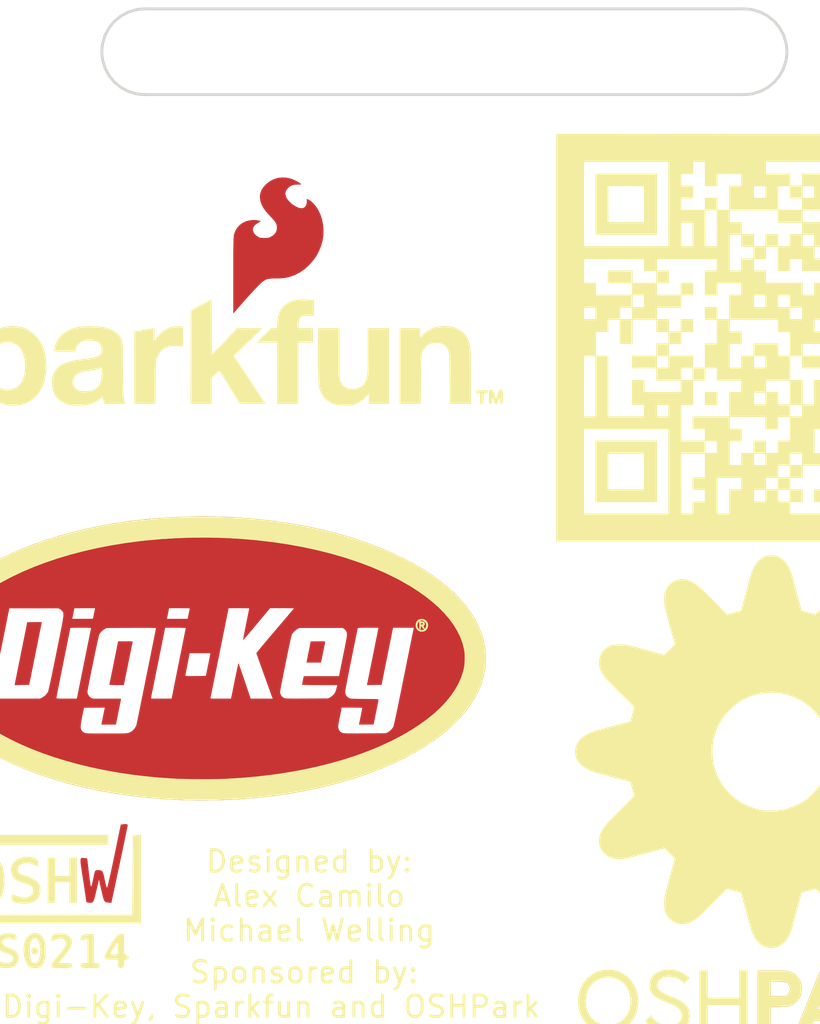
<source format=kicad_pcb>
(kicad_pcb (version 20171130) (host pcbnew 5.1.5-52549c5~84~ubuntu18.04.1)
  (layers (0 F.Cu signal hide) (31 B.Cu signal) (34 B.Paste user) (35 F.Paste user) (36 B.SilkS user) (37 F.SilkS user) (38 B.Mask user) (39 F.Mask user) (44 Edge.Cuts user))
  (net 0 "")
  (module Badge-PCB:combined (layer F.Cu) (at 104.9 105)
    (fp_text reference Ref** hide)
    (fp_text value Val** hide)
    (fp_poly (pts (xy -3.395809 -0.352883) (xy -3.341969 -0.351614) (xy -3.305255 -0.349564) (xy -3.289497 -0.346832) (xy -3.289177 -0.346344) (xy -3.291591 -0.331841) (xy -3.298474 -0.295673) (xy -3.309189 -0.241054) (xy -3.323098 -0.171199) (xy -3.339565 -0.089325) (xy -3.357952 0.001353) (xy -3.362202 0.022214) (xy -3.43535 0.380979) (xy -3.685858 0.380989) (xy -3.936365 0.381) (xy -3.927962 0.339725) (xy -3.923223 0.316253) (xy -3.914268 0.271724) (xy -3.901871 0.209987) (xy -3.886802 0.134888) (xy -3.869836 0.050277) (xy -3.854669 -0.0254) (xy -3.789779 -0.34925) (xy -3.53954 -0.352694) (xy -3.462943 -0.353276) (xy -3.395809 -0.352883)) (layer F.Cu) (width 0.01))
    (fp_poly (pts (xy -13.227255 -0.987696) (xy -13.230912 -0.969125) (xy -13.23921 -0.927563) (xy -13.251763 -0.864918) (xy -13.268189 -0.783098) (xy -13.288103 -0.684011) (xy -13.311123 -0.569563) (xy -13.336863 -0.441664) (xy -13.364942 -0.302219) (xy -13.394974 -0.153138) (xy -13.426577 0.003672) (xy -13.4476 0.10795) (xy -13.660139 1.16205) (xy -13.910946 1.165495) (xy -14.161753 1.168941) (xy -14.153912 1.127395) (xy -14.150247 1.108824) (xy -14.141938 1.067264) (xy -14.12937 1.004621) (xy -14.112926 0.922804) (xy -14.09299 0.82372) (xy -14.069946 0.709276) (xy -14.04418 0.58138) (xy -14.016073 0.441939) (xy -13.986012 0.292862) (xy -13.954379 0.136056) (xy -13.93333 0.03175) (xy -13.720588 -1.02235) (xy -13.219448 -1.029242) (xy -13.227255 -0.987696)) (layer F.Cu) (width 0.01))
    (fp_poly (pts (xy -10.193882 -0.355261) (xy -10.127023 -0.354132) (xy -10.080444 -0.352051) (xy -10.051589 -0.348853) (xy -10.0379 -0.344374) (xy -10.036164 -0.339725) (xy -10.039665 -0.324723) (xy -10.047701 -0.28703) (xy -10.05982 -0.228863) (xy -10.075567 -0.152437) (xy -10.094491 -0.059966) (xy -10.116136 0.046333) (xy -10.140051 0.164245) (xy -10.165781 0.291556) (xy -10.192114 0.422275) (xy -10.342182 1.1684) (xy -10.59535 1.1684) (xy -10.684988 1.168061) (xy -10.75179 1.166934) (xy -10.798315 1.164856) (xy -10.82712 1.161663) (xy -10.840762 1.157188) (xy -10.842457 1.152525) (xy -10.838928 1.137521) (xy -10.830875 1.099825) (xy -10.81875 1.041653) (xy -10.803007 0.96522) (xy -10.784097 0.872743) (xy -10.762475 0.766436) (xy -10.738594 0.648515) (xy -10.712906 0.521196) (xy -10.686633 0.390525) (xy -10.536871 -0.3556) (xy -10.283577 -0.3556) (xy -10.193882 -0.355261)) (layer F.Cu) (width 0.01))
    (fp_poly (pts (xy -4.643107 -16.582258) (xy -4.495039 -16.549541) (xy -4.469721 -16.541484) (xy -4.414209 -16.520212) (xy -4.35099 -16.491589) (xy -4.286397 -16.458967) (xy -4.226767 -16.425699) (xy -4.178432 -16.395135) (xy -4.148718 -16.37163) (xy -4.139337 -16.361098) (xy -4.139301 -16.354394) (xy -4.152373 -16.350673) (xy -4.182316 -16.349091) (xy -4.232894 -16.348804) (xy -4.250318 -16.348839) (xy -4.350668 -16.343635) (xy -4.433213 -16.326239) (xy -4.503354 -16.294794) (xy -4.566488 -16.247446) (xy -4.578706 -16.235946) (xy -4.638417 -16.166348) (xy -4.673295 -16.096464) (xy -4.683818 -16.023896) (xy -4.670464 -15.946242) (xy -4.64787 -15.889058) (xy -4.60543 -15.818507) (xy -4.547291 -15.749128) (xy -4.477554 -15.683649) (xy -4.400324 -15.6248) (xy -4.319702 -15.575309) (xy -4.239791 -15.537906) (xy -4.164695 -15.51532) (xy -4.098516 -15.510279) (xy -4.081708 -15.512464) (xy -4.023383 -15.535506) (xy -3.976731 -15.57822) (xy -3.944054 -15.636673) (xy -3.927655 -15.706928) (xy -3.9284 -15.77439) (xy -3.932152 -15.811748) (xy -3.930432 -15.829478) (xy -3.921196 -15.833121) (xy -3.907909 -15.829883) (xy -3.849996 -15.803207) (xy -3.785201 -15.75766) (xy -3.717644 -15.697259) (xy -3.651448 -15.626026) (xy -3.590734 -15.547979) (xy -3.544072 -15.475035) (xy -3.462201 -15.30652) (xy -3.402362 -15.128153) (xy -3.364614 -14.942822) (xy -3.349016 -14.753414) (xy -3.355626 -14.562819) (xy -3.384503 -14.373924) (xy -3.435705 -14.189618) (xy -3.509292 -14.012789) (xy -3.514161 -14.002997) (xy -3.5522 -13.929134) (xy -3.586302 -13.868417) (xy -3.621603 -13.812749) (xy -3.663235 -13.754036) (xy -3.716277 -13.68425) (xy -3.851674 -13.528264) (xy -3.998983 -13.394594) (xy -4.158741 -13.282844) (xy -4.331484 -13.192621) (xy -4.447366 -13.146604) (xy -4.530928 -13.119164) (xy -4.609822 -13.098242) (xy -4.689852 -13.082977) (xy -4.776824 -13.072506) (xy -4.876544 -13.065969) (xy -4.994817 -13.062505) (xy -5.0165 -13.06217) (xy -5.118049 -13.060037) (xy -5.198893 -13.055993) (xy -5.263719 -13.048823) (xy -5.317215 -13.037315) (xy -5.364065 -13.020254) (xy -5.408957 -12.996426) (xy -5.456576 -12.964619) (xy -5.490931 -12.939301) (xy -5.523929 -12.911222) (xy -5.571452 -12.866167) (xy -5.631403 -12.806365) (xy -5.701682 -12.734046) (xy -5.780193 -12.651439) (xy -5.864838 -12.560774) (xy -5.95352 -12.46428) (xy -6.04414 -12.364186) (xy -6.134602 -12.262723) (xy -6.222807 -12.16212) (xy -6.230664 -12.153068) (xy -6.283189 -12.092548) (xy -6.335691 -12.032145) (xy -6.383399 -11.977339) (xy -6.421545 -11.933612) (xy -6.4351 -11.918118) (xy -6.50115 -11.84275) (xy -6.501775 -13.148211) (xy -6.501884 -13.367904) (xy -6.501932 -13.56375) (xy -6.501839 -13.737303) (xy -6.501523 -13.890114) (xy -6.500903 -14.023737) (xy -6.499897 -14.139724) (xy -6.498425 -14.23963) (xy -6.496404 -14.325006) (xy -6.493753 -14.397406) (xy -6.490392 -14.458383) (xy -6.486238 -14.509489) (xy -6.48121 -14.552277) (xy -6.475227 -14.588302) (xy -6.468207 -14.619114) (xy -6.46007 -14.646268) (xy -6.450733 -14.671317) (xy -6.440115 -14.695813) (xy -6.428135 -14.721309) (xy -6.41826 -14.741913) (xy -6.356152 -14.843223) (xy -6.274912 -14.929968) (xy -6.177228 -15.000585) (xy -6.065788 -15.053511) (xy -5.94328 -15.087181) (xy -5.812393 -15.100032) (xy -5.802459 -15.100113) (xy -5.738377 -15.098088) (xy -5.675799 -15.092385) (xy -5.620793 -15.083923) (xy -5.579428 -15.073622) (xy -5.558429 -15.063109) (xy -5.56261 -15.051907) (xy -5.58686 -15.034223) (xy -5.621483 -15.015673) (xy -5.701086 -14.968581) (xy -5.762636 -14.914164) (xy -5.804307 -14.854974) (xy -5.824273 -14.793565) (xy -5.821581 -14.735936) (xy -5.794883 -14.662513) (xy -5.751358 -14.600374) (xy -5.687958 -14.546021) (xy -5.621115 -14.505917) (xy -5.589762 -14.490587) (xy -5.561 -14.480651) (xy -5.527947 -14.474959) (xy -5.483721 -14.472359) (xy -5.421438 -14.471699) (xy -5.41655 -14.471695) (xy -5.352335 -14.472269) (xy -5.306013 -14.474875) (xy -5.270087 -14.480764) (xy -5.237062 -14.491189) (xy -5.199442 -14.507403) (xy -5.197508 -14.508295) (xy -5.109372 -14.560403) (xy -5.042352 -14.62504) (xy -4.997262 -14.701053) (xy -4.974917 -14.787285) (xy -4.972505 -14.82725) (xy -4.975061 -14.884068) (xy -4.984778 -14.935412) (xy -5.003796 -14.985112) (xy -5.034254 -15.036993) (xy -5.078293 -15.094884) (xy -5.138052 -15.162611) (xy -5.191691 -15.219279) (xy -5.291098 -15.326191) (xy -5.371715 -15.42208) (xy -5.435664 -15.510341) (xy -5.485069 -15.594366) (xy -5.522051 -15.677551) (xy -5.548733 -15.763288) (xy -5.558339 -15.805528) (xy -5.569909 -15.921791) (xy -5.556542 -16.033831) (xy -5.518433 -16.141105) (xy -5.455776 -16.243069) (xy -5.368767 -16.339183) (xy -5.365593 -16.342147) (xy -5.316149 -16.3855) (xy -5.263496 -16.427529) (xy -5.216549 -16.461239) (xy -5.20218 -16.470341) (xy -5.071238 -16.534364) (xy -4.93313 -16.574482) (xy -4.789778 -16.590509) (xy -4.643107 -16.582258)) (layer F.Cu) (width 0.01))
    (fp_poly (pts (xy -7.167012 -4.722123) (xy -6.634881 -4.704857) (xy -6.1976 -4.679495) (xy -5.604579 -4.628733) (xy -5.023046 -4.560902) (xy -4.453939 -4.476236) (xy -3.898198 -4.374968) (xy -3.356758 -4.257335) (xy -2.83056 -4.12357) (xy -2.320541 -3.973907) (xy -1.827638 -3.808582) (xy -1.352791 -3.627828) (xy -0.896937 -3.431881) (xy -0.557003 -3.269567) (xy -0.206403 -3.085278) (xy 0.123108 -2.893428) (xy 0.431213 -2.694364) (xy 0.717595 -2.488433) (xy 0.981937 -2.275982) (xy 1.223922 -2.057359) (xy 1.443233 -1.83291) (xy 1.639554 -1.602982) (xy 1.812567 -1.367923) (xy 1.961957 -1.128079) (xy 2.087405 -0.883798) (xy 2.188595 -0.635427) (xy 2.26521 -0.383312) (xy 2.316933 -0.127801) (xy 2.318013 -0.12065) (xy 2.329159 -0.020807) (xy 2.336078 0.096117) (xy 2.338773 0.222167) (xy 2.337245 0.349388) (xy 2.331498 0.469826) (xy 2.321534 0.575524) (xy 2.317776 0.602816) (xy 2.266259 0.860208) (xy 2.189704 1.113837) (xy 2.088217 1.363541) (xy 1.961903 1.609159) (xy 1.810868 1.850529) (xy 1.635216 2.08749) (xy 1.435055 2.31988) (xy 1.210488 2.547538) (xy 0.961621 2.770303) (xy 0.833457 2.875531) (xy 0.532673 3.101853) (xy 0.209286 3.318516) (xy -0.135683 3.52519) (xy -0.501212 3.721546) (xy -0.88628 3.907253) (xy -1.289865 4.081983) (xy -1.710946 4.245404) (xy -2.148501 4.397188) (xy -2.601509 4.537004) (xy -3.068949 4.664523) (xy -3.549798 4.779415) (xy -4.043035 4.88135) (xy -4.547639 4.969998) (xy -5.062589 5.045029) (xy -5.586862 5.106115) (xy -6.119437 5.152924) (xy -6.2484 5.161998) (xy -6.519567 5.177824) (xy -6.805724 5.190194) (xy -7.10059 5.199014) (xy -7.397888 5.204189) (xy -7.691339 5.205625) (xy -7.974664 5.203228) (xy -8.241583 5.196902) (xy -8.33755 5.193442) (xy -8.937998 5.160757) (xy -9.52818 5.111065) (xy -10.107138 5.044588) (xy -10.67391 4.961549) (xy -11.227535 4.862171) (xy -11.767052 4.746676) (xy -12.2915 4.615287) (xy -12.799919 4.468226) (xy -13.291348 4.305715) (xy -13.764825 4.127978) (xy -14.21939 3.935236) (xy -14.6431 3.733263) (xy -14.977393 3.556742) (xy -15.288404 3.376089) (xy -15.5781 3.189948) (xy -15.848446 2.996963) (xy -16.10141 2.795777) (xy -16.311001 2.609836) (xy -11.857527 2.609836) (xy -11.857114 2.65871) (xy -11.851123 2.698381) (xy -11.839676 2.731937) (xy -11.822897 2.762463) (xy -11.821056 2.765278) (xy -11.783111 2.80779) (xy -11.735837 2.841332) (xy -11.732663 2.842949) (xy -11.720506 2.848724) (xy -11.707852 2.853618) (xy -11.692613 2.857706) (xy -11.6727 2.861059) (xy -11.646026 2.86375) (xy -11.610502 2.865852) (xy -11.56404 2.867438) (xy -11.504552 2.868581) (xy -11.429951 2.869353) (xy -11.338147 2.869827) (xy -11.227053 2.870076) (xy -11.09458 2.870173) (xy -10.951052 2.870189) (xy -10.796569 2.870162) (xy -10.665355 2.870028) (xy -10.555282 2.869719) (xy -10.464218 2.869166) (xy -10.390034 2.8683) (xy -10.330598 2.867051) (xy -10.283783 2.865351) (xy -10.247456 2.86313) (xy -10.219488 2.860319) (xy -10.19775 2.85685) (xy -10.18011 2.852652) (xy -10.164438 2.847657) (xy -10.155434 2.844376) (xy -10.076174 2.802982) (xy -10.003977 2.743279) (xy -9.944278 2.671096) (xy -9.930334 2.644774) (xy -2.835823 2.644774) (xy -2.833761 2.66648) (xy -2.8312 2.679445) (xy -2.802955 2.750909) (xy -2.756426 2.808766) (xy -2.700225 2.846062) (xy -2.688154 2.851089) (xy -2.674331 2.855343) (xy -2.656702 2.858878) (xy -2.633212 2.861749) (xy -2.601806 2.864008) (xy -2.560429 2.86571) (xy -2.507028 2.866909) (xy -2.439547 2.867658) (xy -2.355931 2.868012) (xy -2.254126 2.868024) (xy -2.132077 2.867747) (xy -1.98773 2.867237) (xy -1.905 2.866904) (xy -1.16205 2.86385) (xy -1.09855 2.832643) (xy -1.032442 2.790773) (xy -0.96924 2.734244) (xy -0.917034 2.671042) (xy -0.892214 2.6289) (xy -0.885043 2.606562) (xy -0.873145 2.559552) (xy -0.856513 2.487844) (xy -0.835142 2.391412) (xy -0.809026 2.27023) (xy -0.778161 2.124272) (xy -0.74254 1.953511) (xy -0.702157 1.75792) (xy -0.657009 1.537475) (xy -0.607088 1.292149) (xy -0.552389 1.021915) (xy -0.526854 0.89535) (xy -0.48598 0.69261) (xy -0.446418 0.496468) (xy -0.408467 0.308393) (xy -0.372424 0.129854) (xy -0.338585 -0.03768) (xy -0.307248 -0.192739) (xy -0.27871 -0.333854) (xy -0.253268 -0.459557) (xy -0.23122 -0.568377) (xy -0.212862 -0.658845) (xy -0.198492 -0.729492) (xy -0.188407 -0.77885) (xy -0.182904 -0.805448) (xy -0.181996 -0.809625) (xy -0.175047 -0.8382) (xy -0.91325 -0.8382) (xy -0.921047 -0.796925) (xy -0.924754 -0.778099) (xy -0.933072 -0.736382) (xy -0.945596 -0.673785) (xy -0.961924 -0.592317) (xy -0.981651 -0.493988) (xy -1.004375 -0.380809) (xy -1.029692 -0.254788) (xy -1.057199 -0.117936) (xy -1.086492 0.027737) (xy -1.117168 0.180221) (xy -1.121791 0.2032) (xy -1.314739 1.16205) (xy -1.566488 1.165497) (xy -1.818238 1.168944) (xy -1.810835 1.133747) (xy -1.807195 1.115937) (xy -1.798934 1.075211) (xy -1.786455 1.013552) (xy -1.770156 0.93294) (xy -1.750439 0.83536) (xy -1.727704 0.722794) (xy -1.702352 0.597223) (xy -1.674782 0.460631) (xy -1.645396 0.315) (xy -1.614594 0.162312) (xy -1.608112 0.130175) (xy -1.412792 -0.8382) (xy -1.77869 -0.8382) (xy -1.885033 -0.838102) (xy -1.96873 -0.837698) (xy -2.032535 -0.836824) (xy -2.079201 -0.835314) (xy -2.111482 -0.833006) (xy -2.132131 -0.829734) (xy -2.143902 -0.825334) (xy -2.149549 -0.819642) (xy -2.151021 -0.815975) (xy -2.154449 -0.800435) (xy -2.162517 -0.761833) (xy -2.174851 -0.702011) (xy -2.191075 -0.622807) (xy -2.210816 -0.526061) (xy -2.2337 -0.413612) (xy -2.259351 -0.2873) (xy -2.287396 -0.148965) (xy -2.317459 -0.000446) (xy -2.349167 0.156418) (xy -2.375278 0.28575) (xy -2.41596 0.48788) (xy -2.451661 0.666431) (xy -2.482619 0.822682) (xy -2.509072 0.957913) (xy -2.531255 1.073401) (xy -2.549408 1.170426) (xy -2.563766 1.250268) (xy -2.574568 1.314205) (xy -2.58205 1.363516) (xy -2.586451 1.39948) (xy -2.588006 1.423378) (xy -2.587795 1.43116) (xy -2.570063 1.507374) (xy -2.530893 1.570399) (xy -2.471461 1.618498) (xy -2.455113 1.627236) (xy -2.439017 1.634915) (xy -2.423225 1.641186) (xy -2.405062 1.646216) (xy -2.381855 1.650172) (xy -2.350931 1.653221) (xy -2.309615 1.655528) (xy -2.255234 1.657262) (xy -2.185114 1.658588) (xy -2.096582 1.659673) (xy -1.986964 1.660685) (xy -1.908175 1.66134) (xy -1.783897 1.662434) (xy -1.682682 1.663551) (xy -1.602195 1.664815) (xy -1.540099 1.666347) (xy -1.494058 1.66827) (xy -1.461737 1.670706) (xy -1.440799 1.673777) (xy -1.428908 1.677606) (xy -1.423728 1.682315) (xy -1.422845 1.68674) (xy -1.425416 1.703936) (xy -1.432514 1.742941) (xy -1.443539 1.800689) (xy -1.457894 1.874112) (xy -1.474981 1.960142) (xy -1.494202 2.055712) (xy -1.508729 2.12725) (xy -1.594168 2.54635) (xy -1.844834 2.549793) (xy -1.921493 2.550642) (xy -1.988683 2.550996) (xy -2.042576 2.550867) (xy -2.079347 2.550267) (xy -2.095169 2.549209) (xy -2.0955 2.548995) (xy -2.093106 2.535876) (xy -2.086392 2.501417) (xy -2.076064 2.449177) (xy -2.062828 2.382713) (xy -2.047387 2.305585) (xy -2.03835 2.2606) (xy -2.021975 2.178745) (xy -2.007431 2.105214) (xy -1.995429 2.043665) (xy -1.986678 1.997756) (xy -1.98189 1.971147) (xy -1.9812 1.966123) (xy -1.993372 1.963484) (xy -2.027772 1.961094) (xy -2.081231 1.959043) (xy -2.150579 1.95742) (xy -2.232644 1.956316) (xy -2.324256 1.955818) (xy -2.346449 1.9558) (xy -2.711698 1.9558) (xy -2.778069 2.289175) (xy -2.798261 2.391559) (xy -2.813635 2.472353) (xy -2.824635 2.534814) (xy -2.831704 2.582199) (xy -2.835285 2.617766) (xy -2.835823 2.644774) (xy -9.930334 2.644774) (xy -9.902514 2.592259) (xy -9.892763 2.562815) (xy -9.888925 2.545625) (xy -9.880485 2.505532) (xy -9.867796 2.444291) (xy -9.851214 2.363657) (xy -9.831094 2.265386) (xy -9.807789 2.151233) (xy -9.781655 2.022952) (xy -9.753048 1.882299) (xy -9.72232 1.731028) (xy -9.702873 1.635186) (xy -9.395559 1.635186) (xy -9.390871 1.640235) (xy -9.37861 1.644082) (xy -9.356124 1.646889) (xy -9.320764 1.648819) (xy -9.269878 1.650033) (xy -9.200816 1.650692) (xy -9.110928 1.650959) (xy -9.031182 1.651) (xy -8.937212 1.650826) (xy -8.852037 1.650336) (xy -8.778809 1.649574) (xy -8.720678 1.648585) (xy -8.680796 1.647414) (xy -8.662313 1.646106) (xy -8.6614 1.645736) (xy -8.659398 1.635198) (xy -7.311089 1.635198) (xy -7.306561 1.640254) (xy -7.294433 1.644103) (xy -7.272051 1.646909) (xy -7.236764 1.648835) (xy -7.18592 1.650044) (xy -7.116867 1.650698) (xy -7.026953 1.650961) (xy -6.948809 1.651) (xy -6.580705 1.651) (xy -6.568182 1.590675) (xy -6.563071 1.565724) (xy -6.553512 1.518744) (xy -6.540088 1.452604) (xy -6.523379 1.370174) (xy -6.503967 1.27432) (xy -6.482434 1.167913) (xy -6.45936 1.053821) (xy -6.443372 0.974725) (xy -6.419991 0.859773) (xy -6.397951 0.752853) (xy -6.37779 0.656463) (xy -6.360042 0.573097) (xy -6.345244 0.505254) (xy -6.333931 0.455429) (xy -6.32664 0.426119) (xy -6.324118 0.4191) (xy -6.318811 0.430759) (xy -6.306187 0.464238) (xy -6.287033 0.517282) (xy -6.26214 0.587639) (xy -6.232299 0.673056) (xy -6.198298 0.771281) (xy -6.160929 0.880061) (xy -6.120981 0.997144) (xy -6.10815 1.034912) (xy -5.89915 1.650725) (xy -5.508728 1.650862) (xy -5.118306 1.651) (xy -5.1369 1.603375) (xy -5.146321 1.578314) (xy -5.162966 1.533024) (xy -5.18595 1.469968) (xy -5.199786 1.431841) (xy -4.867276 1.431841) (xy -4.86628 1.447122) (xy -4.864156 1.459935) (xy -4.863139 1.464417) (xy -4.833378 1.537604) (xy -4.783326 1.595783) (xy -4.738738 1.625734) (xy -4.728259 1.630855) (xy -4.716215 1.635199) (xy -4.700589 1.63882) (xy -4.679361 1.641774) (xy -4.65051 1.644114) (xy -4.612018 1.645897) (xy -4.561865 1.647176) (xy -4.498031 1.648006) (xy -4.418497 1.648443) (xy -4.321243 1.648541) (xy -4.204249 1.648354) (xy -4.065497 1.647937) (xy -3.937 1.647474) (xy -3.18135 1.64465) (xy -3.126803 1.615524) (xy -3.083403 1.588498) (xy -3.037709 1.554385) (xy -3.021325 1.540387) (xy -2.98224 1.501437) (xy -2.950996 1.460418) (xy -2.925339 1.412472) (xy -2.903012 1.352742) (xy -2.881757 1.276371) (xy -2.864736 1.203325) (xy -2.857017 1.1684) (xy -3.473209 1.1684) (xy -3.620015 1.16827) (xy -3.743167 1.167851) (xy -3.844407 1.167098) (xy -3.925478 1.165966) (xy -3.988125 1.16441) (xy -4.034091 1.162385) (xy -4.065119 1.159846) (xy -4.082953 1.156748) (xy -4.089336 1.153047) (xy -4.089415 1.152525) (xy -4.086952 1.134185) (xy -4.080271 1.096828) (xy -4.070457 1.046277) (xy -4.061052 1.000125) (xy -4.032674 0.8636) (xy -2.798553 0.8636) (xy -2.654894 0.153098) (xy -2.62217 -0.009556) (xy -2.594486 -0.149037) (xy -2.571547 -0.267007) (xy -2.553058 -0.365127) (xy -2.538724 -0.445058) (xy -2.528249 -0.508462) (xy -2.521339 -0.556998) (xy -2.517699 -0.59233) (xy -2.517033 -0.616117) (xy -2.517366 -0.621217) (xy -2.536668 -0.695934) (xy -2.578686 -0.75979) (xy -2.626825 -0.801246) (xy -2.671489 -0.83185) (xy -4.18465 -0.83185) (xy -4.24815 -0.800644) (xy -4.310212 -0.761576) (xy -4.371835 -0.708207) (xy -4.424756 -0.648529) (xy -4.456604 -0.59905) (xy -4.464922 -0.574849) (xy -4.477838 -0.525947) (xy -4.495292 -0.452611) (xy -4.517226 -0.355111) (xy -4.543583 -0.233716) (xy -4.574303 -0.088692) (xy -4.609327 0.07969) (xy -4.648598 0.271164) (xy -4.680494 0.428236) (xy -4.71676 0.607646) (xy -4.748248 0.763893) (xy -4.775264 0.898703) (xy -4.79811 1.013799) (xy -4.817092 1.110907) (xy -4.832512 1.191751) (xy -4.844676 1.258055) (xy -4.853886 1.311544) (xy -4.860447 1.353943) (xy -4.864663 1.386976) (xy -4.866838 1.412367) (xy -4.867276 1.431841) (xy -5.199786 1.431841) (xy -5.214384 1.391616) (xy -5.247383 1.300433) (xy -5.28406 1.198885) (xy -5.323529 1.08944) (xy -5.364904 0.974565) (xy -5.407297 0.856725) (xy -5.449822 0.738389) (xy -5.491594 0.622021) (xy -5.531724 0.51009) (xy -5.569328 0.405062) (xy -5.603518 0.309403) (xy -5.633407 0.22558) (xy -5.65811 0.15606) (xy -5.67674 0.10331) (xy -5.688411 0.069796) (xy -5.692223 0.058157) (xy -5.684742 0.045904) (xy -5.661931 0.015888) (xy -5.625031 -0.030397) (xy -5.575279 -0.091462) (xy -5.513915 -0.165814) (xy -5.442176 -0.251963) (xy -5.361302 -0.348416) (xy -5.272532 -0.453683) (xy -5.177102 -0.566272) (xy -5.076254 -0.684691) (xy -5.0419 -0.724905) (xy -4.939267 -0.845021) (xy -4.841329 -0.959766) (xy -4.749355 -1.067646) (xy -4.664612 -1.167167) (xy -4.588369 -1.256836) (xy -4.521896 -1.33516) (xy -4.46646 -1.400643) (xy -4.42333 -1.451794) (xy -4.393775 -1.487117) (xy -4.379063 -1.50512) (xy -4.377694 -1.506983) (xy -4.378584 -1.511686) (xy -4.38894 -1.515469) (xy -4.410994 -1.518425) (xy -4.446978 -1.520645) (xy -4.499124 -1.522221) (xy -4.569663 -1.523244) (xy -4.660828 -1.523806) (xy -4.774851 -1.523998) (xy -4.792565 -1.524) (xy -5.217592 -1.524) (xy -5.684765 -0.963383) (xy -5.770221 -0.86114) (xy -5.850777 -0.76535) (xy -5.924988 -0.677693) (xy -5.99141 -0.599846) (xy -6.048598 -0.533486) (xy -6.095109 -0.480291) (xy -6.129497 -0.44194) (xy -6.150318 -0.42011) (xy -6.156253 -0.415708) (xy -6.154718 -0.430519) (xy -6.148574 -0.467593) (xy -6.138317 -0.524309) (xy -6.124445 -0.598048) (xy -6.107454 -0.68619) (xy -6.087841 -0.786116) (xy -6.066104 -0.895207) (xy -6.052084 -0.964784) (xy -6.029204 -1.078117) (xy -6.007966 -1.183819) (xy -5.988888 -1.279278) (xy -5.972486 -1.361881) (xy -5.959279 -1.429016) (xy -5.949783 -1.478073) (xy -5.944516 -1.506438) (xy -5.9436 -1.512459) (xy -5.955853 -1.515603) (xy -5.990821 -1.518371) (xy -6.045823 -1.52068) (xy -6.118176 -1.522444) (xy -6.205198 -1.523579) (xy -6.304208 -1.524) (xy -6.674009 -1.524) (xy -6.989216 0.041275) (xy -7.028641 0.236985) (xy -7.066741 0.425985) (xy -7.103209 0.606758) (xy -7.137739 0.77779) (xy -7.170023 0.937565) (xy -7.199756 1.08457) (xy -7.22663 1.217288) (xy -7.250338 1.334205) (xy -7.270575 1.433807) (xy -7.287032 1.514577) (xy -7.299403 1.575002) (xy -7.307382 1.613566) (xy -7.310661 1.628754) (xy -7.310667 1.628775) (xy -7.311089 1.635198) (xy -8.659398 1.635198) (xy -8.658945 1.632815) (xy -8.651804 1.596683) (xy -8.640317 1.539028) (xy -8.624823 1.461537) (xy -8.605659 1.365897) (xy -8.583165 1.253796) (xy -8.557679 1.126921) (xy -8.52954 0.986959) (xy -8.501567 0.847919) (xy -8.191506 0.847919) (xy -8.186455 0.852724) (xy -8.169786 0.856402) (xy -8.13922 0.859032) (xy -8.092477 0.860694) (xy -8.027278 0.861468) (xy -7.941342 0.861432) (xy -7.832392 0.860667) (xy -7.827212 0.860619) (xy -7.462924 0.85725) (xy -7.383146 0.4699) (xy -7.363419 0.373689) (xy -7.345439 0.285176) (xy -7.329832 0.207507) (xy -7.317224 0.143831) (xy -7.308241 0.097296) (xy -7.30351 0.071049) (xy -7.302935 0.066675) (xy -7.308256 0.061868) (xy -7.325973 0.058066) (xy -7.358276 0.055174) (xy -7.407357 0.053096) (xy -7.475406 0.051738) (xy -7.564615 0.051004) (xy -7.668935 0.0508) (xy -8.03537 0.0508) (xy -8.113441 0.441325) (xy -8.132668 0.537999) (xy -8.150175 0.626983) (xy -8.16536 0.705133) (xy -8.177618 0.769311) (xy -8.186347 0.816373) (xy -8.190944 0.843179) (xy -8.191506 0.847919) (xy -8.501567 0.847919) (xy -8.499087 0.835597) (xy -8.466659 0.674524) (xy -8.432593 0.505426) (xy -8.41375 0.411937) (xy -8.37893 0.239091) (xy -8.345565 0.073267) (xy -8.313997 -0.083838) (xy -8.284563 -0.230526) (xy -8.257604 -0.365101) (xy -8.233458 -0.485865) (xy -8.212465 -0.59112) (xy -8.194964 -0.67917) (xy -8.181293 -0.748315) (xy -8.171793 -0.79686) (xy -8.166802 -0.823107) (xy -8.1661 -0.827399) (xy -8.178272 -0.83016) (xy -8.212671 -0.832658) (xy -8.266129 -0.834801) (xy -8.335473 -0.836494) (xy -8.417532 -0.837644) (xy -8.509136 -0.838158) (xy -8.531225 -0.838176) (xy -8.89635 -0.838152) (xy -9.143017 0.384199) (xy -9.177879 0.556899) (xy -9.211386 0.722775) (xy -9.243189 0.880104) (xy -9.272938 1.027163) (xy -9.300283 1.162228) (xy -9.324877 1.283576) (xy -9.346368 1.389485) (xy -9.364409 1.478231) (xy -9.37865 1.54809) (xy -9.38874 1.597341) (xy -9.394332 1.62426) (xy -9.395324 1.628775) (xy -9.395559 1.635186) (xy -9.702873 1.635186) (xy -9.689828 1.570896) (xy -9.655926 1.403656) (xy -9.620968 1.231065) (xy -9.58531 1.054877) (xy -9.549307 0.876847) (xy -9.513312 0.69873) (xy -9.477682 0.522281) (xy -9.44277 0.349257) (xy -9.408931 0.18141) (xy -9.376521 0.020498) (xy -9.345894 -0.131726) (xy -9.317404 -0.273506) (xy -9.291407 -0.403088) (xy -9.268257 -0.518715) (xy -9.24831 -0.618633) (xy -9.231919 -0.701087) (xy -9.21944 -0.764321) (xy -9.211227 -0.806581) (xy -9.207636 -0.826112) (xy -9.2075 -0.827208) (xy -9.219969 -0.829396) (xy -9.256449 -0.831295) (xy -9.315555 -0.832892) (xy -9.395901 -0.834173) (xy -9.4961 -0.835126) (xy -9.614766 -0.835737) (xy -9.750512 -0.835994) (xy -9.901953 -0.835883) (xy -10.067701 -0.835391) (xy -10.074275 -0.835365) (xy -10.94105 -0.83185) (xy -11.00513 -0.798027) (xy -11.079219 -0.748762) (xy -11.144932 -0.685917) (xy -11.195207 -0.616694) (xy -11.208642 -0.59055) (xy -11.215138 -0.56936) (xy -11.226053 -0.525633) (xy -11.240895 -0.461755) (xy -11.259175 -0.380112) (xy -11.280402 -0.283089) (xy -11.304085 -0.17307) (xy -11.329734 -0.052442) (xy -11.356859 0.076412) (xy -11.384969 0.211105) (xy -11.413574 0.349253) (xy -11.442183 0.488469) (xy -11.470305 0.62637) (xy -11.497451 0.76057) (xy -11.52313 0.888683) (xy -11.546851 1.008325) (xy -11.568124 1.11711) (xy -11.586458 1.212653) (xy -11.601363 1.292569) (xy -11.612349 1.354473) (xy -11.618925 1.395979) (xy -11.620683 1.413282) (xy -11.609107 1.474516) (xy -11.578478 1.535907) (xy -11.534034 1.59019) (xy -11.481013 1.6301) (xy -11.456316 1.641235) (xy -11.437463 1.645602) (xy -11.406841 1.649027) (xy -11.362382 1.651556) (xy -11.302013 1.653236) (xy -11.223664 1.654112) (xy -11.125266 1.65423) (xy -11.004746 1.653634) (xy -10.923941 1.652981) (xy -10.799971 1.651913) (xy -10.699074 1.651216) (xy -10.618921 1.650981) (xy -10.557186 1.651302) (xy -10.511544 1.65227) (xy -10.479666 1.653978) (xy -10.459226 1.656518) (xy -10.447897 1.659982) (xy -10.443353 1.664463) (xy -10.443267 1.670053) (xy -10.443784 1.672031) (xy -10.44781 1.689686) (xy -10.456137 1.729205) (xy -10.468141 1.787533) (xy -10.483202 1.861615) (xy -10.500697 1.948396) (xy -10.520005 2.044822) (xy -10.535787 2.124075) (xy -10.620937 2.5527) (xy -11.121561 2.5527) (xy -11.061663 2.254061) (xy -11.001764 1.955422) (xy -11.370871 1.958786) (xy -11.739977 1.96215) (xy -11.800926 2.2606) (xy -11.82406 2.377143) (xy -11.841123 2.472139) (xy -11.852237 2.548675) (xy -11.857527 2.609836) (xy -16.311001 2.609836) (xy -16.338957 2.585035) (xy -16.419352 2.50825) (xy -16.638422 2.28164) (xy -16.832521 2.052485) (xy -17.002008 1.820161) (xy -17.106056 1.651) (xy -14.995152 1.651) (xy -13.275557 1.651) (xy -13.251048 1.638752) (xy -12.7127 1.638752) (xy -12.700281 1.642442) (xy -12.664132 1.645542) (xy -12.60592 1.647996) (xy -12.527309 1.649749) (xy -12.429966 1.650745) (xy -12.347575 1.650962) (xy -11.98245 1.650925) (xy -11.737055 0.432791) (xy -11.702287 0.260278) (xy -11.668847 0.094517) (xy -11.63709 -0.062759) (xy -11.607365 -0.209813) (xy -11.580024 -0.344913) (xy -11.55542 -0.466324) (xy -11.533904 -0.572312) (xy -11.515827 -0.661142) (xy -11.50154 -0.731079) (xy -11.491397 -0.780391) (xy -11.485747 -0.807342) (xy -11.484749 -0.811772) (xy -11.483263 -0.81938) (xy -11.485019 -0.825367) (xy -11.492683 -0.829926) (xy -11.508923 -0.833254) (xy -11.536404 -0.835543) (xy -11.577794 -0.836988) (xy -11.635758 -0.837783) (xy -11.712963 -0.838122) (xy -11.812077 -0.838199) (xy -11.847619 -0.8382) (xy -11.941589 -0.838044) (xy -12.026764 -0.837601) (xy -12.099992 -0.836912) (xy -12.158123 -0.836017) (xy -12.198005 -0.834958) (xy -12.216488 -0.833775) (xy -12.2174 -0.83344) (xy -12.219858 -0.820591) (xy -12.227003 -0.784532) (xy -12.238497 -0.726949) (xy -12.254001 -0.64953) (xy -12.273176 -0.553961) (xy -12.295683 -0.44193) (xy -12.321183 -0.315124) (xy -12.349337 -0.175229) (xy -12.379806 -0.023934) (xy -12.412251 0.137077) (xy -12.446332 0.306114) (xy -12.46505 0.398913) (xy -12.499888 0.571725) (xy -12.533268 0.73754) (xy -12.56485 0.894658) (xy -12.594293 1.041378) (xy -12.62126 1.176) (xy -12.64541 1.296823) (xy -12.666403 1.402147) (xy -12.683899 1.490271) (xy -12.69756 1.559493) (xy -12.707044 1.608115) (xy -12.712014 1.634434) (xy -12.7127 1.638752) (xy -13.251048 1.638752) (xy -13.198634 1.61256) (xy -13.116525 1.559226) (xy -13.045134 1.488988) (xy -12.991933 1.409372) (xy -12.984594 1.388274) (xy -12.973247 1.345754) (xy -12.957812 1.281439) (xy -12.938209 1.194958) (xy -12.914359 1.085938) (xy -12.886182 0.954009) (xy -12.853598 0.798797) (xy -12.816526 0.619931) (xy -12.774888 0.417039) (xy -12.728602 0.189749) (xy -12.704622 0.071434) (xy -12.660858 -0.144823) (xy -12.621909 -0.337623) (xy -12.587566 -0.508404) (xy -12.557619 -0.658607) (xy -12.531859 -0.789671) (xy -12.510077 -0.903037) (xy -12.492063 -1.000144) (xy -12.477608 -1.082432) (xy -12.467847 -1.143) (xy -12.154384 -1.143) (xy -11.785842 -1.143) (xy -8.835446 -1.143) (xy -8.103084 -1.143) (xy -8.09644 -1.171575) (xy -8.086926 -1.213853) (xy -8.075364 -1.267247) (xy -8.0629 -1.326199) (xy -8.050682 -1.385149) (xy -8.039855 -1.43854) (xy -8.031567 -1.480814) (xy -8.026965 -1.506412) (xy -8.0264 -1.511085) (xy -8.039014 -1.51532) (xy -8.076532 -1.518736) (xy -8.138471 -1.521317) (xy -8.22435 -1.523044) (xy -8.333685 -1.523902) (xy -8.392872 -1.524) (xy -8.759343 -1.524) (xy -8.797394 -1.3335) (xy -8.835446 -1.143) (xy -11.785842 -1.143) (xy -11.692037 -1.143153) (xy -11.607031 -1.143582) (xy -11.533983 -1.144251) (xy -11.476048 -1.145118) (xy -11.436383 -1.146145) (xy -11.418144 -1.147292) (xy -11.4173 -1.147604) (xy -11.414933 -1.161303) (xy -11.408578 -1.194319) (xy -11.399353 -1.241088) (xy -11.388378 -1.296044) (xy -11.376771 -1.353624) (xy -11.365653 -1.408263) (xy -11.356142 -1.454396) (xy -11.349357 -1.48646) (xy -11.347349 -1.495425) (xy -11.340617 -1.524) (xy -11.709159 -1.524) (xy -11.802964 -1.523848) (xy -11.88797 -1.523419) (xy -11.961018 -1.52275) (xy -12.018953 -1.521883) (xy -12.058618 -1.520856) (xy -12.076857 -1.519709) (xy -12.0777 -1.519397) (xy -12.080068 -1.505698) (xy -12.086423 -1.472682) (xy -12.095648 -1.425913) (xy -12.106623 -1.370957) (xy -12.11823 -1.313377) (xy -12.129348 -1.258738) (xy -12.138859 -1.212605) (xy -12.145644 -1.180541) (xy -12.147652 -1.171575) (xy -12.154384 -1.143) (xy -12.467847 -1.143) (xy -12.466502 -1.151342) (xy -12.458537 -1.208312) (xy -12.453502 -1.254783) (xy -12.451189 -1.292195) (xy -12.451387 -1.321988) (xy -12.453888 -1.345601) (xy -12.458482 -1.364474) (xy -12.46496 -1.380048) (xy -12.473113 -1.393762) (xy -12.48273 -1.407057) (xy -12.488516 -1.414643) (xy -12.523128 -1.450513) (xy -12.565673 -1.482644) (xy -12.576911 -1.489193) (xy -12.63015 -1.51765) (xy -14.356099 -1.51765) (xy -14.460656 -0.99695) (xy -14.480082 -0.900298) (xy -14.5039 -0.781943) (xy -14.531465 -0.645075) (xy -14.562135 -0.492887) (xy -14.595266 -0.328571) (xy -14.630214 -0.155319) (xy -14.666335 0.023677) (xy -14.702985 0.205226) (xy -14.739521 0.386135) (xy -14.775299 0.563212) (xy -14.780183 0.587375) (xy -14.995152 1.651) (xy -17.106056 1.651) (xy -17.14724 1.584045) (xy -17.268574 1.343512) (xy -17.366367 1.09794) (xy -17.440976 0.846706) (xy -17.481959 0.65405) (xy -17.493936 0.567403) (xy -17.502935 0.463031) (xy -17.508732 0.348462) (xy -17.511104 0.23122) (xy -17.509827 0.118831) (xy -17.504679 0.018821) (xy -17.501772 -0.013305) (xy -17.462474 -0.268814) (xy -17.398099 -0.521331) (xy -17.30883 -0.770568) (xy -17.194846 -1.016238) (xy -17.056326 -1.258054) (xy -16.893452 -1.495729) (xy -16.706403 -1.728976) (xy -16.49536 -1.957508) (xy -16.260502 -2.181038) (xy -16.006948 -2.395337) (xy -15.707508 -2.620673) (xy -15.385392 -2.836585) (xy -15.041647 -3.042718) (xy -14.677323 -3.238719) (xy -14.293469 -3.424234) (xy -13.891132 -3.59891) (xy -13.471361 -3.762394) (xy -13.035204 -3.914331) (xy -12.583711 -4.05437) (xy -12.117929 -4.182155) (xy -11.638907 -4.297333) (xy -11.147694 -4.399551) (xy -10.645337 -4.488456) (xy -10.132886 -4.563694) (xy -9.611388 -4.624912) (xy -9.3091 -4.653516) (xy -8.785526 -4.691202) (xy -8.249325 -4.715238) (xy -7.70749 -4.725564) (xy -7.167012 -4.722123)) (layer F.Cu) (width 0.01))
    (fp_poly (pts (xy 16.172311 11.163647) (xy 16.280093 11.164642) (xy 16.377631 11.166208) (xy 16.461794 11.168272) (xy 16.529451 11.170759) (xy 16.577471 11.173595) (xy 16.600341 11.176192) (xy 16.695807 11.204261) (xy 16.791919 11.250408) (xy 16.878987 11.309508) (xy 16.917843 11.344027) (xy 16.998171 11.438597) (xy 17.055737 11.541959) (xy 17.091228 11.655955) (xy 17.105332 11.782424) (xy 17.104856 11.844613) (xy 17.101159 11.908508) (xy 17.094866 11.956257) (xy 17.083987 11.997105) (xy 17.066535 12.040299) (xy 17.059493 12.055583) (xy 16.999286 12.155629) (xy 16.92044 12.241863) (xy 16.827155 12.309941) (xy 16.798474 12.325431) (xy 16.753834 12.34662) (xy 16.716439 12.362303) (xy 16.693262 12.369599) (xy 16.691084 12.3698) (xy 16.678091 12.378497) (xy 16.679083 12.387263) (xy 16.686537 12.40187) (xy 16.70499 12.436212) (xy 16.733093 12.487827) (xy 16.769495 12.554255) (xy 16.812848 12.633033) (xy 16.8618 12.721701) (xy 16.915002 12.817798) (xy 16.934442 12.852848) (xy 16.98855 12.950615) (xy 17.038601 13.041547) (xy 17.083289 13.123232) (xy 17.121308 13.19326) (xy 17.151351 13.249221) (xy 17.172111 13.288703) (xy 17.182282 13.309296) (xy 17.1831 13.311635) (xy 17.171045 13.31493) (xy 17.137458 13.31781) (xy 17.086208 13.32011) (xy 17.021162 13.32166) (xy 16.946186 13.322293) (xy 16.937663 13.3223) (xy 16.692226 13.3223) (xy 16.22425 12.408558) (xy 16.0274 12.4079) (xy 16.0274 13.3223) (xy 15.5829 13.3223) (xy 15.5829 12.065) (xy 16.0274 12.065) (xy 16.246475 12.064929) (xy 16.322604 12.064104) (xy 16.393533 12.061867) (xy 16.453803 12.0585) (xy 16.497956 12.054285) (xy 16.51635 12.050982) (xy 16.589274 12.018933) (xy 16.646014 11.968698) (xy 16.684217 11.903396) (xy 16.701526 11.826145) (xy 16.702314 11.80465) (xy 16.693587 11.736591) (xy 16.669801 11.67341) (xy 16.634541 11.624178) (xy 16.628826 11.618856) (xy 16.601514 11.596582) (xy 16.57437 11.579693) (xy 16.543309 11.56736) (xy 16.504243 11.558755) (xy 16.453088 11.55305) (xy 16.385756 11.549417) (xy 16.298162 11.547028) (xy 16.271875 11.546514) (xy 16.0274 11.541962) (xy 16.0274 12.065) (xy 15.5829 12.065) (xy 15.5829 11.1633) (xy 16.057416 11.1633) (xy 16.172311 11.163647)) (layer F.Cu) (width 0.01))
    (fp_poly (pts (xy 14.987135 12.241699) (xy 15.050118 12.398527) (xy 15.110329 12.548546) (xy 15.167105 12.690091) (xy 15.219779 12.8215) (xy 15.267686 12.941112) (xy 15.310162 13.047262) (xy 15.346539 13.138288) (xy 15.376154 13.212528) (xy 15.398342 13.26832) (xy 15.412436 13.303999) (xy 15.417771 13.317904) (xy 15.4178 13.318024) (xy 15.405751 13.319358) (xy 15.372212 13.320522) (xy 15.321092 13.321447) (xy 15.256299 13.322062) (xy 15.181744 13.322299) (xy 15.17755 13.3223) (xy 14.9373 13.3223) (xy 14.91727 13.268325) (xy 14.904788 13.234776) (xy 14.886049 13.184516) (xy 14.863694 13.124622) (xy 14.842652 13.0683) (xy 14.788063 12.92225) (xy 14.306006 12.919025) (xy 13.82395 12.915801) (xy 13.749046 13.11905) (xy 13.674142 13.3223) (xy 13.433865 13.3223) (xy 13.350181 13.32215) (xy 13.288668 13.321498) (xy 13.2461 13.320034) (xy 13.219249 13.317451) (xy 13.204888 13.313442) (xy 13.199789 13.307699) (xy 13.200673 13.300075) (xy 13.206364 13.285233) (xy 13.220845 13.24854) (xy 13.24343 13.191711) (xy 13.273434 13.116462) (xy 13.31017 13.024507) (xy 13.352953 12.917562) (xy 13.401096 12.797341) (xy 13.453913 12.665559) (xy 13.505521 12.536888) (xy 13.97 12.536888) (xy 13.982149 12.539736) (xy 14.016394 12.542299) (xy 14.069434 12.544471) (xy 14.137964 12.546149) (xy 14.218683 12.547227) (xy 14.30655 12.5476) (xy 14.396018 12.547298) (xy 14.476539 12.546449) (xy 14.54481 12.545133) (xy 14.597529 12.543434) (xy 14.631391 12.541432) (xy 14.6431 12.539253) (xy 14.63886 12.52545) (xy 14.626923 12.491402) (xy 14.608464 12.440251) (xy 14.584657 12.375138) (xy 14.556676 12.299208) (xy 14.525696 12.215602) (xy 14.492891 12.127463) (xy 14.459435 12.037934) (xy 14.426504 11.950156) (xy 14.39527 11.867274) (xy 14.36691 11.792428) (xy 14.342596 11.728762) (xy 14.323503 11.679419) (xy 14.310807 11.647541) (xy 14.30568 11.63627) (xy 14.305658 11.636281) (xy 14.300194 11.648967) (xy 14.287146 11.682289) (xy 14.267707 11.733044) (xy 14.243068 11.798033) (xy 14.214424 11.874055) (xy 14.182967 11.957909) (xy 14.14989 12.046394) (xy 14.116385 12.136311) (xy 14.083646 12.224458) (xy 14.052865 12.307636) (xy 14.025235 12.382642) (xy 14.00195 12.446278) (xy 13.984202 12.495341) (xy 13.973183 12.526632) (xy 13.97 12.536888) (xy 13.505521 12.536888) (xy 13.510718 12.523933) (xy 13.570825 12.374175) (xy 13.631239 12.22375) (xy 14.054719 11.16965) (xy 14.55647 11.16965) (xy 14.987135 12.241699)) (layer F.Cu) (width 0.01))
    (fp_poly (pts (xy 12.360275 11.163487) (xy 12.492652 11.163731) (xy 12.602226 11.164408) (xy 12.691591 11.165607) (xy 12.763341 11.167418) (xy 12.820071 11.169928) (xy 12.864374 11.173226) (xy 12.898845 11.177402) (xy 12.926079 11.182542) (xy 12.927418 11.182855) (xy 13.042715 11.222699) (xy 13.147429 11.283991) (xy 13.23858 11.363946) (xy 13.313187 11.459777) (xy 13.368271 11.568696) (xy 13.381893 11.6078) (xy 13.395724 11.67384) (xy 13.402846 11.754946) (xy 13.40327 11.841685) (xy 13.397009 11.92463) (xy 13.384075 11.994348) (xy 13.381392 12.00363) (xy 13.335401 12.110885) (xy 13.268073 12.208072) (xy 13.182516 12.292028) (xy 13.081836 12.359591) (xy 12.9921 12.399855) (xy 12.966214 12.408088) (xy 12.937541 12.414512) (xy 12.902311 12.419434) (xy 12.856755 12.423164) (xy 12.7971 12.42601) (xy 12.71958 12.428281) (xy 12.620625 12.430283) (xy 12.319 12.435641) (xy 12.319 13.3223) (xy 11.8745 13.3223) (xy 11.8745 12.066452) (xy 12.319 12.066452) (xy 12.837598 12.05865) (xy 12.892624 12.02038) (xy 12.94744 11.968366) (xy 12.983863 11.90457) (xy 13.00145 11.834107) (xy 12.999757 11.762095) (xy 12.978342 11.693648) (xy 12.936761 11.633882) (xy 12.926927 11.624281) (xy 12.898278 11.600563) (xy 12.867974 11.582448) (xy 12.832027 11.5691) (xy 12.786452 11.559684) (xy 12.727262 11.553365) (xy 12.65047 11.549305) (xy 12.557125 11.546773) (xy 12.319 11.54192) (xy 12.319 12.066452) (xy 11.8745 12.066452) (xy 11.8745 11.1633) (xy 12.360275 11.163487)) (layer F.Cu) (width 0.01))
    (fp_poly (pts (xy 17.78635 11.978348) (xy 18.16552 11.570824) (xy 18.544691 11.1633) (xy 19.118654 11.1633) (xy 19.073538 11.210925) (xy 19.055477 11.229965) (xy 19.021939 11.265298) (xy 18.974939 11.3148) (xy 18.916493 11.376349) (xy 18.848617 11.447822) (xy 18.773328 11.527095) (xy 18.69264 11.612047) (xy 18.632811 11.675035) (xy 18.551396 11.760964) (xy 18.475629 11.841355) (xy 18.407258 11.914323) (xy 18.348031 11.977982) (xy 18.299698 12.030445) (xy 18.264006 12.069826) (xy 18.242704 12.094239) (xy 18.2372 12.101732) (xy 18.246251 12.112197) (xy 18.272144 12.138028) (xy 18.312989 12.177437) (xy 18.366895 12.228636) (xy 18.431974 12.289836) (xy 18.506333 12.359249) (xy 18.588084 12.435088) (xy 18.649408 12.491697) (xy 19.061616 12.87145) (xy 19.062158 13.166725) (xy 19.061921 13.250229) (xy 19.060961 13.32452) (xy 19.059387 13.386082) (xy 19.057305 13.431399) (xy 19.054823 13.456956) (xy 19.053175 13.461342) (xy 19.042596 13.452704) (xy 19.015149 13.427965) (xy 18.972353 13.388547) (xy 18.915726 13.335874) (xy 18.846788 13.271369) (xy 18.767055 13.196454) (xy 18.678048 13.112552) (xy 18.581285 13.021086) (xy 18.478283 12.92348) (xy 18.415 12.863395) (xy 17.78635 12.266107) (xy 17.783035 12.794203) (xy 17.779721 13.3223) (xy 17.3355 13.3223) (xy 17.3355 11.1633) (xy 17.779648 11.1633) (xy 17.78635 11.978348)) (layer F.Cu) (width 0.01))
  )
  (module Badge-PCB:bottom-pcb (layer F.Cu) (at 127.7 105.275)
    (fp_text reference Ref** hide)
    (fp_text value Val** hide)
    (fp_line (start -3.160461 14.73113) (end -3.160461 14.73113) (layer Edge.Cuts) (width 0.1))
    (fp_line (start -3.454507 14.760194) (end -3.160461 14.73113) (layer Edge.Cuts) (width 0.1))
    (fp_line (start -3.734575 14.84528) (end -3.454507 14.760194) (layer Edge.Cuts) (width 0.1))
    (fp_line (start -3.992792 14.983125) (end -3.734575 14.84528) (layer Edge.Cuts) (width 0.1))
    (fp_line (start -4.221286 15.170471) (end -3.992792 14.983125) (layer Edge.Cuts) (width 0.1))
    (fp_line (start -4.408632 15.398965) (end -4.221286 15.170471) (layer Edge.Cuts) (width 0.1))
    (fp_line (start -4.546477 15.657183) (end -4.408632 15.398965) (layer Edge.Cuts) (width 0.1))
    (fp_line (start -4.631561 15.937251) (end -4.546477 15.657183) (layer Edge.Cuts) (width 0.1))
    (fp_line (start -4.660625 16.231297) (end -4.631561 15.937251) (layer Edge.Cuts) (width 0.1))
    (fp_line (start -4.631561 16.525344) (end -4.660625 16.231297) (layer Edge.Cuts) (width 0.1))
    (fp_line (start -4.546477 16.805412) (end -4.631561 16.525344) (layer Edge.Cuts) (width 0.1))
    (fp_line (start -4.408632 17.06363) (end -4.546477 16.805412) (layer Edge.Cuts) (width 0.1))
    (fp_line (start -4.221287 17.292124) (end -4.408632 17.06363) (layer Edge.Cuts) (width 0.1))
    (fp_line (start -3.992793 17.47947) (end -4.221287 17.292124) (layer Edge.Cuts) (width 0.1))
    (fp_line (start -3.734576 17.617316) (end -3.992793 17.47947) (layer Edge.Cuts) (width 0.1))
    (fp_line (start -3.454508 17.702401) (end -3.734576 17.617316) (layer Edge.Cuts) (width 0.1))
    (fp_line (start -3.160461 17.731466) (end -3.454508 17.702401) (layer Edge.Cuts) (width 0.1))
    (fp_line (start -3.007109 17.723687) (end -3.160461 17.731466) (layer Edge.Cuts) (width 0.1))
    (fp_line (start -2.85819 17.700926) (end -3.007109 17.723687) (layer Edge.Cuts) (width 0.1))
    (fp_line (start -2.576665 17.613471) (end -2.85819 17.700926) (layer Edge.Cuts) (width 0.1))
    (fp_line (start -2.321914 17.475133) (end -2.576665 17.613471) (layer Edge.Cuts) (width 0.1))
    (fp_line (start -2.099967 17.291943) (end -2.321914 17.475133) (layer Edge.Cuts) (width 0.1))
    (fp_line (start -1.916854 17.069933) (end -2.099967 17.291943) (layer Edge.Cuts) (width 0.1))
    (fp_line (start -1.778604 16.815134) (end -1.916854 17.069933) (layer Edge.Cuts) (width 0.1))
    (fp_line (start -1.691247 16.533578) (end -1.778604 16.815134) (layer Edge.Cuts) (width 0.1))
    (fp_line (start -1.668537 16.384651) (end -1.691247 16.533578) (layer Edge.Cuts) (width 0.1))
    (fp_line (start -1.660811 16.231297) (end -1.668537 16.384651) (layer Edge.Cuts) (width 0.1))
    (fp_line (start -1.668537 16.077943) (end -1.660811 16.231297) (layer Edge.Cuts) (width 0.1))
    (fp_line (start -1.691247 15.929016) (end -1.668537 16.077943) (layer Edge.Cuts) (width 0.1))
    (fp_line (start -1.778605 15.647461) (end -1.691247 15.929016) (layer Edge.Cuts) (width 0.1))
    (fp_line (start -1.916855 15.392662) (end -1.778605 15.647461) (layer Edge.Cuts) (width 0.1))
    (fp_line (start -2.099968 15.170653) (end -1.916855 15.392662) (layer Edge.Cuts) (width 0.1))
    (fp_line (start -2.321915 14.987463) (end -2.099968 15.170653) (layer Edge.Cuts) (width 0.1))
    (fp_line (start -2.576665 14.849125) (end -2.321915 14.987463) (layer Edge.Cuts) (width 0.1))
    (fp_line (start -2.85819 14.76167) (end -2.576665 14.849125) (layer Edge.Cuts) (width 0.1))
    (fp_line (start -3.007109 14.738909) (end -2.85819 14.76167) (layer Edge.Cuts) (width 0.1))
    (fp_line (start -3.160461 14.73113) (end -3.007109 14.738909) (layer Edge.Cuts) (width 0.1))
    (fp_line (start -32.410416 14.73113) (end -32.410416 14.73113) (layer Edge.Cuts) (width 0.1))
    (fp_line (start -32.564208 14.738848) (end -32.410416 14.73113) (layer Edge.Cuts) (width 0.1))
    (fp_line (start -32.713464 14.761506) (end -32.564208 14.738848) (layer Edge.Cuts) (width 0.1))
    (fp_line (start -32.995395 14.848672) (end -32.713464 14.761506) (layer Edge.Cuts) (width 0.1))
    (fp_line (start -33.250264 14.986681) (end -32.995395 14.848672) (layer Edge.Cuts) (width 0.1))
    (fp_line (start -33.472124 15.169589) (end -33.250264 14.986681) (layer Edge.Cuts) (width 0.1))
    (fp_line (start -33.655032 15.39145) (end -33.472124 15.169589) (layer Edge.Cuts) (width 0.1))
    (fp_line (start -33.793041 15.646319) (end -33.655032 15.39145) (layer Edge.Cuts) (width 0.1))
    (fp_line (start -33.880207 15.928249) (end -33.793041 15.646319) (layer Edge.Cuts) (width 0.1))
    (fp_line (start -33.902865 16.077505) (end -33.880207 15.928249) (layer Edge.Cuts) (width 0.1))
    (fp_line (start -33.910583 16.231297) (end -33.902865 16.077505) (layer Edge.Cuts) (width 0.1))
    (fp_line (start -33.902865 16.385089) (end -33.910583 16.231297) (layer Edge.Cuts) (width 0.1))
    (fp_line (start -33.880207 16.534345) (end -33.902865 16.385089) (layer Edge.Cuts) (width 0.1))
    (fp_line (start -33.793041 16.816277) (end -33.880207 16.534345) (layer Edge.Cuts) (width 0.1))
    (fp_line (start -33.655032 17.071145) (end -33.793041 16.816277) (layer Edge.Cuts) (width 0.1))
    (fp_line (start -33.472124 17.293007) (end -33.655032 17.071145) (layer Edge.Cuts) (width 0.1))
    (fp_line (start -33.250264 17.475914) (end -33.472124 17.293007) (layer Edge.Cuts) (width 0.1))
    (fp_line (start -32.995395 17.613924) (end -33.250264 17.475914) (layer Edge.Cuts) (width 0.1))
    (fp_line (start -32.713464 17.70109) (end -32.995395 17.613924) (layer Edge.Cuts) (width 0.1))
    (fp_line (start -32.564208 17.723748) (end -32.713464 17.70109) (layer Edge.Cuts) (width 0.1))
    (fp_line (start -32.410416 17.731466) (end -32.564208 17.723748) (layer Edge.Cuts) (width 0.1))
    (fp_line (start -11.410541 17.731466) (end -32.410416 17.731466) (layer Edge.Cuts) (width 0.1))
    (fp_line (start -11.25675 17.723748) (end -11.410541 17.731466) (layer Edge.Cuts) (width 0.1))
    (fp_line (start -11.107494 17.70109) (end -11.25675 17.723748) (layer Edge.Cuts) (width 0.1))
    (fp_line (start -10.825564 17.613924) (end -11.107494 17.70109) (layer Edge.Cuts) (width 0.1))
    (fp_line (start -10.570695 17.475914) (end -10.825564 17.613924) (layer Edge.Cuts) (width 0.1))
    (fp_line (start -10.348835 17.293007) (end -10.570695 17.475914) (layer Edge.Cuts) (width 0.1))
    (fp_line (start -10.165927 17.071145) (end -10.348835 17.293007) (layer Edge.Cuts) (width 0.1))
    (fp_line (start -10.027917 16.816277) (end -10.165927 17.071145) (layer Edge.Cuts) (width 0.1))
    (fp_line (start -9.940751 16.534345) (end -10.027917 16.816277) (layer Edge.Cuts) (width 0.1))
    (fp_line (start -9.918093 16.385089) (end -9.940751 16.534345) (layer Edge.Cuts) (width 0.1))
    (fp_line (start -9.910375 16.231297) (end -9.918093 16.385089) (layer Edge.Cuts) (width 0.1))
    (fp_line (start -9.918093 16.077505) (end -9.910375 16.231297) (layer Edge.Cuts) (width 0.1))
    (fp_line (start -9.940751 15.928249) (end -9.918093 16.077505) (layer Edge.Cuts) (width 0.1))
    (fp_line (start -10.027916 15.646319) (end -9.940751 15.928249) (layer Edge.Cuts) (width 0.1))
    (fp_line (start -10.165925 15.39145) (end -10.027916 15.646319) (layer Edge.Cuts) (width 0.1))
    (fp_line (start -10.348833 15.169589) (end -10.165925 15.39145) (layer Edge.Cuts) (width 0.1))
    (fp_line (start -10.570693 14.986681) (end -10.348833 15.169589) (layer Edge.Cuts) (width 0.1))
    (fp_line (start -10.825562 14.848672) (end -10.570693 14.986681) (layer Edge.Cuts) (width 0.1))
    (fp_line (start -11.107493 14.761506) (end -10.825562 14.848672) (layer Edge.Cuts) (width 0.1))
    (fp_line (start -11.256749 14.738848) (end -11.107493 14.761506) (layer Edge.Cuts) (width 0.1))
    (fp_line (start -11.410541 14.73113) (end -11.256749 14.738848) (layer Edge.Cuts) (width 0.1))
    (fp_line (start -32.410416 14.73113) (end -11.410541 14.73113) (layer Edge.Cuts) (width 0.1))
    (fp_line (start -40.660497 14.73113) (end -40.660497 14.73113) (layer Edge.Cuts) (width 0.1))
    (fp_line (start -40.954544 14.760194) (end -40.660497 14.73113) (layer Edge.Cuts) (width 0.1))
    (fp_line (start -41.234612 14.845279) (end -40.954544 14.760194) (layer Edge.Cuts) (width 0.1))
    (fp_line (start -41.492829 14.983124) (end -41.234612 14.845279) (layer Edge.Cuts) (width 0.1))
    (fp_line (start -41.721324 15.17047) (end -41.492829 14.983124) (layer Edge.Cuts) (width 0.1))
    (fp_line (start -41.90867 15.398964) (end -41.721324 15.17047) (layer Edge.Cuts) (width 0.1))
    (fp_line (start -42.046515 15.657182) (end -41.90867 15.398964) (layer Edge.Cuts) (width 0.1))
    (fp_line (start -42.1316 15.93725) (end -42.046515 15.657182) (layer Edge.Cuts) (width 0.1))
    (fp_line (start -42.160664 16.231297) (end -42.1316 15.93725) (layer Edge.Cuts) (width 0.1))
    (fp_line (start -42.1316 16.525344) (end -42.160664 16.231297) (layer Edge.Cuts) (width 0.1))
    (fp_line (start -42.046516 16.805413) (end -42.1316 16.525344) (layer Edge.Cuts) (width 0.1))
    (fp_line (start -41.90867 17.063631) (end -42.046516 16.805413) (layer Edge.Cuts) (width 0.1))
    (fp_line (start -41.721325 17.292125) (end -41.90867 17.063631) (layer Edge.Cuts) (width 0.1))
    (fp_line (start -41.49283 17.479471) (end -41.721325 17.292125) (layer Edge.Cuts) (width 0.1))
    (fp_line (start -41.234612 17.617317) (end -41.49283 17.479471) (layer Edge.Cuts) (width 0.1))
    (fp_line (start -40.954544 17.702402) (end -41.234612 17.617317) (layer Edge.Cuts) (width 0.1))
    (fp_line (start -40.660497 17.731466) (end -40.954544 17.702402) (layer Edge.Cuts) (width 0.1))
    (fp_line (start -40.507145 17.723687) (end -40.660497 17.731466) (layer Edge.Cuts) (width 0.1))
    (fp_line (start -40.358226 17.700926) (end -40.507145 17.723687) (layer Edge.Cuts) (width 0.1))
    (fp_line (start -40.076701 17.613471) (end -40.358226 17.700926) (layer Edge.Cuts) (width 0.1))
    (fp_line (start -39.82195 17.475132) (end -40.076701 17.613471) (layer Edge.Cuts) (width 0.1))
    (fp_line (start -39.600003 17.291943) (end -39.82195 17.475132) (layer Edge.Cuts) (width 0.1))
    (fp_line (start -39.41689 17.069933) (end -39.600003 17.291943) (layer Edge.Cuts) (width 0.1))
    (fp_line (start -39.27864 16.815134) (end -39.41689 17.069933) (layer Edge.Cuts) (width 0.1))
    (fp_line (start -39.191283 16.533578) (end -39.27864 16.815134) (layer Edge.Cuts) (width 0.1))
    (fp_line (start -39.168573 16.384651) (end -39.191283 16.533578) (layer Edge.Cuts) (width 0.1))
    (fp_line (start -39.160847 16.231297) (end -39.168573 16.384651) (layer Edge.Cuts) (width 0.1))
    (fp_line (start -39.168573 16.077943) (end -39.160847 16.231297) (layer Edge.Cuts) (width 0.1))
    (fp_line (start -39.191283 15.929016) (end -39.168573 16.077943) (layer Edge.Cuts) (width 0.1))
    (fp_line (start -39.278641 15.647461) (end -39.191283 15.929016) (layer Edge.Cuts) (width 0.1))
    (fp_line (start -39.416891 15.392662) (end -39.278641 15.647461) (layer Edge.Cuts) (width 0.1))
    (fp_line (start -39.600004 15.170653) (end -39.416891 15.392662) (layer Edge.Cuts) (width 0.1))
    (fp_line (start -39.821951 14.987463) (end -39.600004 15.170653) (layer Edge.Cuts) (width 0.1))
    (fp_line (start -40.076701 14.849125) (end -39.821951 14.987463) (layer Edge.Cuts) (width 0.1))
    (fp_line (start -40.358226 14.76167) (end -40.076701 14.849125) (layer Edge.Cuts) (width 0.1))
    (fp_line (start -40.507145 14.738909) (end -40.358226 14.76167) (layer Edge.Cuts) (width 0.1))
    (fp_line (start -40.660497 14.73113) (end -40.507145 14.738909) (layer Edge.Cuts) (width 0.1))
    (fp_line (start -3.160461 -22.768377) (end -3.160461 -22.768377) (layer Edge.Cuts) (width 0.1))
    (fp_line (start -3.313815 -22.760651) (end -3.160461 -22.768377) (layer Edge.Cuts) (width 0.1))
    (fp_line (start -3.462742 -22.73794) (end -3.313815 -22.760651) (layer Edge.Cuts) (width 0.1))
    (fp_line (start -3.744297 -22.650582) (end -3.462742 -22.73794) (layer Edge.Cuts) (width 0.1))
    (fp_line (start -3.999095 -22.512332) (end -3.744297 -22.650582) (layer Edge.Cuts) (width 0.1))
    (fp_line (start -4.221104 -22.329219) (end -3.999095 -22.512332) (layer Edge.Cuts) (width 0.1))
    (fp_line (start -4.404293 -22.107272) (end -4.221104 -22.329219) (layer Edge.Cuts) (width 0.1))
    (fp_line (start -4.54263 -21.852521) (end -4.404293 -22.107272) (layer Edge.Cuts) (width 0.1))
    (fp_line (start -4.630085 -21.570996) (end -4.54263 -21.852521) (layer Edge.Cuts) (width 0.1))
    (fp_line (start -4.652846 -21.422077) (end -4.630085 -21.570996) (layer Edge.Cuts) (width 0.1))
    (fp_line (start -4.660625 -21.268726) (end -4.652846 -21.422077) (layer Edge.Cuts) (width 0.1))
    (fp_line (start -4.631561 -20.97468) (end -4.660625 -21.268726) (layer Edge.Cuts) (width 0.1))
    (fp_line (start -4.546476 -20.694612) (end -4.631561 -20.97468) (layer Edge.Cuts) (width 0.1))
    (fp_line (start -4.408631 -20.436395) (end -4.546476 -20.694612) (layer Edge.Cuts) (width 0.1))
    (fp_line (start -4.221286 -20.207901) (end -4.408631 -20.436395) (layer Edge.Cuts) (width 0.1))
    (fp_line (start -3.992792 -20.020555) (end -4.221286 -20.207901) (layer Edge.Cuts) (width 0.1))
    (fp_line (start -3.734575 -19.88271) (end -3.992792 -20.020555) (layer Edge.Cuts) (width 0.1))
    (fp_line (start -3.454507 -19.797624) (end -3.734575 -19.88271) (layer Edge.Cuts) (width 0.1))
    (fp_line (start -3.160461 -19.76856) (end -3.454507 -19.797624) (layer Edge.Cuts) (width 0.1))
    (fp_line (start -3.007109 -19.776339) (end -3.160461 -19.76856) (layer Edge.Cuts) (width 0.1))
    (fp_line (start -2.858191 -19.7991) (end -3.007109 -19.776339) (layer Edge.Cuts) (width 0.1))
    (fp_line (start -2.576665 -19.886555) (end -2.858191 -19.7991) (layer Edge.Cuts) (width 0.1))
    (fp_line (start -2.321915 -20.024893) (end -2.576665 -19.886555) (layer Edge.Cuts) (width 0.1))
    (fp_line (start -2.099968 -20.208082) (end -2.321915 -20.024893) (layer Edge.Cuts) (width 0.1))
    (fp_line (start -1.916855 -20.430092) (end -2.099968 -20.208082) (layer Edge.Cuts) (width 0.1))
    (fp_line (start -1.778605 -20.68489) (end -1.916855 -20.430092) (layer Edge.Cuts) (width 0.1))
    (fp_line (start -1.691247 -20.966445) (end -1.778605 -20.68489) (layer Edge.Cuts) (width 0.1))
    (fp_line (start -1.668537 -21.115372) (end -1.691247 -20.966445) (layer Edge.Cuts) (width 0.1))
    (fp_line (start -1.660811 -21.268726) (end -1.668537 -21.115372) (layer Edge.Cuts) (width 0.1))
    (fp_line (start -1.668586 -21.422041) (end -1.660811 -21.268726) (layer Edge.Cuts) (width 0.1))
    (fp_line (start -1.691337 -21.570927) (end -1.668586 -21.422041) (layer Edge.Cuts) (width 0.1))
    (fp_line (start -1.778753 -21.852397) (end -1.691337 -21.570927) (layer Edge.Cuts) (width 0.1))
    (fp_line (start -1.917033 -22.107109) (end -1.778753 -21.852397) (layer Edge.Cuts) (width 0.1))
    (fp_line (start -2.10015 -22.329037) (end -1.917033 -22.107109) (layer Edge.Cuts) (width 0.1))
    (fp_line (start -2.322078 -22.512154) (end -2.10015 -22.329037) (layer Edge.Cuts) (width 0.1))
    (fp_line (start -2.57679 -22.650434) (end -2.322078 -22.512154) (layer Edge.Cuts) (width 0.1))
    (fp_line (start -2.85826 -22.737851) (end -2.57679 -22.650434) (layer Edge.Cuts) (width 0.1))
    (fp_line (start -3.007146 -22.760602) (end -2.85826 -22.737851) (layer Edge.Cuts) (width 0.1))
    (fp_line (start -3.160461 -22.768377) (end -3.007146 -22.760602) (layer Edge.Cuts) (width 0.1))
    (fp_line (start -40.660497 -22.768377) (end -40.660497 -22.768377) (layer Edge.Cuts) (width 0.1))
    (fp_line (start -40.813851 -22.760651) (end -40.660497 -22.768377) (layer Edge.Cuts) (width 0.1))
    (fp_line (start -40.962778 -22.737941) (end -40.813851 -22.760651) (layer Edge.Cuts) (width 0.1))
    (fp_line (start -41.244334 -22.650583) (end -40.962778 -22.737941) (layer Edge.Cuts) (width 0.1))
    (fp_line (start -41.499132 -22.512333) (end -41.244334 -22.650583) (layer Edge.Cuts) (width 0.1))
    (fp_line (start -41.721142 -22.32922) (end -41.499132 -22.512333) (layer Edge.Cuts) (width 0.1))
    (fp_line (start -41.904331 -22.107273) (end -41.721142 -22.32922) (layer Edge.Cuts) (width 0.1))
    (fp_line (start -42.042669 -21.852522) (end -41.904331 -22.107273) (layer Edge.Cuts) (width 0.1))
    (fp_line (start -42.130124 -21.570997) (end -42.042669 -21.852522) (layer Edge.Cuts) (width 0.1))
    (fp_line (start -42.152885 -21.422078) (end -42.130124 -21.570997) (layer Edge.Cuts) (width 0.1))
    (fp_line (start -42.160664 -21.268726) (end -42.152885 -21.422078) (layer Edge.Cuts) (width 0.1))
    (fp_line (start -42.1316 -20.974679) (end -42.160664 -21.268726) (layer Edge.Cuts) (width 0.1))
    (fp_line (start -42.046515 -20.694611) (end -42.1316 -20.974679) (layer Edge.Cuts) (width 0.1))
    (fp_line (start -41.908669 -20.436394) (end -42.046515 -20.694611) (layer Edge.Cuts) (width 0.1))
    (fp_line (start -41.721324 -20.207899) (end -41.908669 -20.436394) (layer Edge.Cuts) (width 0.1))
    (fp_line (start -41.492829 -20.020554) (end -41.721324 -20.207899) (layer Edge.Cuts) (width 0.1))
    (fp_line (start -41.234612 -19.882709) (end -41.492829 -20.020554) (layer Edge.Cuts) (width 0.1))
    (fp_line (start -40.954544 -19.797624) (end -41.234612 -19.882709) (layer Edge.Cuts) (width 0.1))
    (fp_line (start -40.660497 -19.76856) (end -40.954544 -19.797624) (layer Edge.Cuts) (width 0.1))
    (fp_line (start -40.507145 -19.776339) (end -40.660497 -19.76856) (layer Edge.Cuts) (width 0.1))
    (fp_line (start -40.358227 -19.7991) (end -40.507145 -19.776339) (layer Edge.Cuts) (width 0.1))
    (fp_line (start -40.076701 -19.886555) (end -40.358227 -19.7991) (layer Edge.Cuts) (width 0.1))
    (fp_line (start -39.821951 -20.024893) (end -40.076701 -19.886555) (layer Edge.Cuts) (width 0.1))
    (fp_line (start -39.600004 -20.208082) (end -39.821951 -20.024893) (layer Edge.Cuts) (width 0.1))
    (fp_line (start -39.416891 -20.430092) (end -39.600004 -20.208082) (layer Edge.Cuts) (width 0.1))
    (fp_line (start -39.278641 -20.68489) (end -39.416891 -20.430092) (layer Edge.Cuts) (width 0.1))
    (fp_line (start -39.191283 -20.966445) (end -39.278641 -20.68489) (layer Edge.Cuts) (width 0.1))
    (fp_line (start -39.168573 -21.115372) (end -39.191283 -20.966445) (layer Edge.Cuts) (width 0.1))
    (fp_line (start -39.160847 -21.268726) (end -39.168573 -21.115372) (layer Edge.Cuts) (width 0.1))
    (fp_line (start -39.168622 -21.422041) (end -39.160847 -21.268726) (layer Edge.Cuts) (width 0.1))
    (fp_line (start -39.191373 -21.570927) (end -39.168622 -21.422041) (layer Edge.Cuts) (width 0.1))
    (fp_line (start -39.278789 -21.852397) (end -39.191373 -21.570927) (layer Edge.Cuts) (width 0.1))
    (fp_line (start -39.417069 -22.107109) (end -39.278789 -21.852397) (layer Edge.Cuts) (width 0.1))
    (fp_line (start -39.600186 -22.329037) (end -39.417069 -22.107109) (layer Edge.Cuts) (width 0.1))
    (fp_line (start -39.822114 -22.512154) (end -39.600186 -22.329037) (layer Edge.Cuts) (width 0.1))
    (fp_line (start -40.076826 -22.650434) (end -39.822114 -22.512154) (layer Edge.Cuts) (width 0.1))
    (fp_line (start -40.358296 -22.737851) (end -40.076826 -22.650434) (layer Edge.Cuts) (width 0.1))
    (fp_line (start -40.507182 -22.760602) (end -40.358296 -22.737851) (layer Edge.Cuts) (width 0.1))
    (fp_line (start -40.660497 -22.768377) (end -40.507182 -22.760602) (layer Edge.Cuts) (width 0.1))
    (fp_line (start -32.410416 -22.768906) (end -32.410416 -22.768906) (layer Edge.Cuts) (width 0.1))
    (fp_line (start -32.564208 -22.761188) (end -32.410416 -22.768906) (layer Edge.Cuts) (width 0.1))
    (fp_line (start -32.713464 -22.73853) (end -32.564208 -22.761188) (layer Edge.Cuts) (width 0.1))
    (fp_line (start -32.995395 -22.651366) (end -32.713464 -22.73853) (layer Edge.Cuts) (width 0.1))
    (fp_line (start -33.250264 -22.513358) (end -32.995395 -22.651366) (layer Edge.Cuts) (width 0.1))
    (fp_line (start -33.472124 -22.330451) (end -33.250264 -22.513358) (layer Edge.Cuts) (width 0.1))
    (fp_line (start -33.655032 -22.108591) (end -33.472124 -22.330451) (layer Edge.Cuts) (width 0.1))
    (fp_line (start -33.793041 -21.853722) (end -33.655032 -22.108591) (layer Edge.Cuts) (width 0.1))
    (fp_line (start -33.880207 -21.57179) (end -33.793041 -21.853722) (layer Edge.Cuts) (width 0.1))
    (fp_line (start -33.902865 -21.422533) (end -33.880207 -21.57179) (layer Edge.Cuts) (width 0.1))
    (fp_line (start -33.910583 -21.26874) (end -33.902865 -21.422533) (layer Edge.Cuts) (width 0.1))
    (fp_line (start -33.902865 -21.114948) (end -33.910583 -21.26874) (layer Edge.Cuts) (width 0.1))
    (fp_line (start -33.880207 -20.965692) (end -33.902865 -21.114948) (layer Edge.Cuts) (width 0.1))
    (fp_line (start -33.793041 -20.68376) (end -33.880207 -20.965692) (layer Edge.Cuts) (width 0.1))
    (fp_line (start -33.655032 -20.428892) (end -33.793041 -20.68376) (layer Edge.Cuts) (width 0.1))
    (fp_line (start -33.472124 -20.207031) (end -33.655032 -20.428892) (layer Edge.Cuts) (width 0.1))
    (fp_line (start -33.250264 -20.024124) (end -33.472124 -20.207031) (layer Edge.Cuts) (width 0.1))
    (fp_line (start -32.995395 -19.886115) (end -33.250264 -20.024124) (layer Edge.Cuts) (width 0.1))
    (fp_line (start -32.713464 -19.798949) (end -32.995395 -19.886115) (layer Edge.Cuts) (width 0.1))
    (fp_line (start -32.564208 -19.776291) (end -32.713464 -19.798949) (layer Edge.Cuts) (width 0.1))
    (fp_line (start -32.410416 -19.768573) (end -32.564208 -19.776291) (layer Edge.Cuts) (width 0.1))
    (fp_line (start -11.410541 -19.768573) (end -32.410416 -19.768573) (layer Edge.Cuts) (width 0.1))
    (fp_line (start -11.25675 -19.776291) (end -11.410541 -19.768573) (layer Edge.Cuts) (width 0.1))
    (fp_line (start -11.107494 -19.798949) (end -11.25675 -19.776291) (layer Edge.Cuts) (width 0.1))
    (fp_line (start -10.825564 -19.886114) (end -11.107494 -19.798949) (layer Edge.Cuts) (width 0.1))
    (fp_line (start -10.570695 -20.024123) (end -10.825564 -19.886114) (layer Edge.Cuts) (width 0.1))
    (fp_line (start -10.348835 -20.20703) (end -10.570695 -20.024123) (layer Edge.Cuts) (width 0.1))
    (fp_line (start -10.165927 -20.428891) (end -10.348835 -20.20703) (layer Edge.Cuts) (width 0.1))
    (fp_line (start -10.027917 -20.68376) (end -10.165927 -20.428891) (layer Edge.Cuts) (width 0.1))
    (fp_line (start -9.940751 -20.965691) (end -10.027917 -20.68376) (layer Edge.Cuts) (width 0.1))
    (fp_line (start -9.918093 -21.114948) (end -9.940751 -20.965691) (layer Edge.Cuts) (width 0.1))
    (fp_line (start -9.910375 -21.26874) (end -9.918093 -21.114948) (layer Edge.Cuts) (width 0.1))
    (fp_line (start -9.918093 -21.422533) (end -9.910375 -21.26874) (layer Edge.Cuts) (width 0.1))
    (fp_line (start -9.940751 -21.57179) (end -9.918093 -21.422533) (layer Edge.Cuts) (width 0.1))
    (fp_line (start -10.027916 -21.853722) (end -9.940751 -21.57179) (layer Edge.Cuts) (width 0.1))
    (fp_line (start -10.165925 -22.108591) (end -10.027916 -21.853722) (layer Edge.Cuts) (width 0.1))
    (fp_line (start -10.348833 -22.330451) (end -10.165925 -22.108591) (layer Edge.Cuts) (width 0.1))
    (fp_line (start -10.570693 -22.513358) (end -10.348833 -22.330451) (layer Edge.Cuts) (width 0.1))
    (fp_line (start -10.825562 -22.651366) (end -10.570693 -22.513358) (layer Edge.Cuts) (width 0.1))
    (fp_line (start -11.107493 -22.73853) (end -10.825562 -22.651366) (layer Edge.Cuts) (width 0.1))
    (fp_line (start -11.256749 -22.761188) (end -11.107493 -22.73853) (layer Edge.Cuts) (width 0.1))
    (fp_line (start -11.410541 -22.768906) (end -11.256749 -22.761188) (layer Edge.Cuts) (width 0.1))
    (fp_line (start -32.410416 -22.768906) (end -11.410541 -22.768906) (layer Edge.Cuts) (width 0.1))
    (fp_line (start -3.481891 -24.018443) (end -40.33907 -24.018443) (layer Edge.Cuts) (width 0.1))
    (fp_line (start -3.16699 -24.002646) (end -3.481891 -24.018443) (layer Edge.Cuts) (width 0.1))
    (fp_line (start -2.86139 -23.956271) (end -3.16699 -24.002646) (layer Edge.Cuts) (width 0.1))
    (fp_line (start -2.566611 -23.880836) (end -2.86139 -23.956271) (layer Edge.Cuts) (width 0.1))
    (fp_line (start -2.284174 -23.777862) (end -2.566611 -23.880836) (layer Edge.Cuts) (width 0.1))
    (fp_line (start -2.015598 -23.648868) (end -2.284174 -23.777862) (layer Edge.Cuts) (width 0.1))
    (fp_line (start -1.762402 -23.495375) (end -2.015598 -23.648868) (layer Edge.Cuts) (width 0.1))
    (fp_line (start -1.526108 -23.318902) (end -1.762402 -23.495375) (layer Edge.Cuts) (width 0.1))
    (fp_line (start -1.308234 -23.120968) (end -1.526108 -23.318902) (layer Edge.Cuts) (width 0.1))
    (fp_line (start -1.1103 -22.903095) (end -1.308234 -23.120968) (layer Edge.Cuts) (width 0.1))
    (fp_line (start -0.933826 -22.6668) (end -1.1103 -22.903095) (layer Edge.Cuts) (width 0.1))
    (fp_line (start -0.780332 -22.413605) (end -0.933826 -22.6668) (layer Edge.Cuts) (width 0.1))
    (fp_line (start -0.651338 -22.145029) (end -0.780332 -22.413605) (layer Edge.Cuts) (width 0.1))
    (fp_line (start -0.548364 -21.862592) (end -0.651338 -22.145029) (layer Edge.Cuts) (width 0.1))
    (fp_line (start -0.47293 -21.567813) (end -0.548364 -21.862592) (layer Edge.Cuts) (width 0.1))
    (fp_line (start -0.426554 -21.262213) (end -0.47293 -21.567813) (layer Edge.Cuts) (width 0.1))
    (fp_line (start -0.410758 -20.947311) (end -0.426554 -21.262213) (layer Edge.Cuts) (width 0.1))
    (fp_line (start -0.410758 15.90987) (end -0.410758 -20.947311) (layer Edge.Cuts) (width 0.1))
    (fp_line (start -0.426554 16.224778) (end -0.410758 15.90987) (layer Edge.Cuts) (width 0.1))
    (fp_line (start -0.47293 16.530395) (end -0.426554 16.224778) (layer Edge.Cuts) (width 0.1))
    (fp_line (start -0.548364 16.825199) (end -0.47293 16.530395) (layer Edge.Cuts) (width 0.1))
    (fp_line (start -0.651338 17.10767) (end -0.548364 16.825199) (layer Edge.Cuts) (width 0.1))
    (fp_line (start -0.780332 17.376285) (end -0.651338 17.10767) (layer Edge.Cuts) (width 0.1))
    (fp_line (start -0.933826 17.629524) (end -0.780332 17.376285) (layer Edge.Cuts) (width 0.1))
    (fp_line (start -1.1103 17.865865) (end -0.933826 17.629524) (layer Edge.Cuts) (width 0.1))
    (fp_line (start -1.308234 18.083787) (end -1.1103 17.865865) (layer Edge.Cuts) (width 0.1))
    (fp_line (start -1.526108 18.281769) (end -1.308234 18.083787) (layer Edge.Cuts) (width 0.1))
    (fp_line (start -1.762402 18.458289) (end -1.526108 18.281769) (layer Edge.Cuts) (width 0.1))
    (fp_line (start -2.015598 18.611826) (end -1.762402 18.458289) (layer Edge.Cuts) (width 0.1))
    (fp_line (start -2.284174 18.740859) (end -2.015598 18.611826) (layer Edge.Cuts) (width 0.1))
    (fp_line (start -2.566611 18.843866) (end -2.284174 18.740859) (layer Edge.Cuts) (width 0.1))
    (fp_line (start -2.86139 18.919325) (end -2.566611 18.843866) (layer Edge.Cuts) (width 0.1))
    (fp_line (start -3.16699 18.965717) (end -2.86139 18.919325) (layer Edge.Cuts) (width 0.1))
    (fp_line (start -3.481891 18.981519) (end -3.16699 18.965717) (layer Edge.Cuts) (width 0.1))
    (fp_line (start -40.33907 18.981519) (end -3.481891 18.981519) (layer Edge.Cuts) (width 0.1))
    (fp_line (start -40.653976 18.965717) (end -40.33907 18.981519) (layer Edge.Cuts) (width 0.1))
    (fp_line (start -40.959592 18.919325) (end -40.653976 18.965717) (layer Edge.Cuts) (width 0.1))
    (fp_line (start -41.254395 18.843866) (end -40.959592 18.919325) (layer Edge.Cuts) (width 0.1))
    (fp_line (start -41.536865 18.740859) (end -41.254395 18.843866) (layer Edge.Cuts) (width 0.1))
    (fp_line (start -41.80548 18.611826) (end -41.536865 18.740859) (layer Edge.Cuts) (width 0.1))
    (fp_line (start -42.058719 18.458289) (end -41.80548 18.611826) (layer Edge.Cuts) (width 0.1))
    (fp_line (start -42.29506 18.281769) (end -42.058719 18.458289) (layer Edge.Cuts) (width 0.1))
    (fp_line (start -42.512983 18.083787) (end -42.29506 18.281769) (layer Edge.Cuts) (width 0.1))
    (fp_line (start -42.710965 17.865865) (end -42.512983 18.083787) (layer Edge.Cuts) (width 0.1))
    (fp_line (start -42.887485 17.629524) (end -42.710965 17.865865) (layer Edge.Cuts) (width 0.1))
    (fp_line (start -43.041022 17.376285) (end -42.887485 17.629524) (layer Edge.Cuts) (width 0.1))
    (fp_line (start -43.170055 17.10767) (end -43.041022 17.376285) (layer Edge.Cuts) (width 0.1))
    (fp_line (start -43.273063 16.825199) (end -43.170055 17.10767) (layer Edge.Cuts) (width 0.1))
    (fp_line (start -43.348523 16.530395) (end -43.273063 16.825199) (layer Edge.Cuts) (width 0.1))
    (fp_line (start -43.394915 16.224778) (end -43.348523 16.530395) (layer Edge.Cuts) (width 0.1))
    (fp_line (start -43.410717 15.90987) (end -43.394915 16.224778) (layer Edge.Cuts) (width 0.1))
    (fp_line (start -43.410717 -20.947311) (end -43.410717 15.90987) (layer Edge.Cuts) (width 0.1))
    (fp_line (start -43.394915 -21.262213) (end -43.410717 -20.947311) (layer Edge.Cuts) (width 0.1))
    (fp_line (start -43.348523 -21.567813) (end -43.394915 -21.262213) (layer Edge.Cuts) (width 0.1))
    (fp_line (start -43.273063 -21.862592) (end -43.348523 -21.567813) (layer Edge.Cuts) (width 0.1))
    (fp_line (start -43.170055 -22.145029) (end -43.273063 -21.862592) (layer Edge.Cuts) (width 0.1))
    (fp_line (start -43.041022 -22.413606) (end -43.170055 -22.145029) (layer Edge.Cuts) (width 0.1))
    (fp_line (start -42.887485 -22.666801) (end -43.041022 -22.413606) (layer Edge.Cuts) (width 0.1))
    (fp_line (start -42.710965 -22.903096) (end -42.887485 -22.666801) (layer Edge.Cuts) (width 0.1))
    (fp_line (start -42.512983 -23.12097) (end -42.710965 -22.903096) (layer Edge.Cuts) (width 0.1))
    (fp_line (start -42.29506 -23.318903) (end -42.512983 -23.12097) (layer Edge.Cuts) (width 0.1))
    (fp_line (start -42.058719 -23.495376) (end -42.29506 -23.318903) (layer Edge.Cuts) (width 0.1))
    (fp_line (start -41.80548 -23.64887) (end -42.058719 -23.495376) (layer Edge.Cuts) (width 0.1))
    (fp_line (start -41.536865 -23.777863) (end -41.80548 -23.64887) (layer Edge.Cuts) (width 0.1))
    (fp_line (start -41.254395 -23.880837) (end -41.536865 -23.777863) (layer Edge.Cuts) (width 0.1))
    (fp_line (start -40.959592 -23.956272) (end -41.254395 -23.880837) (layer Edge.Cuts) (width 0.1))
    (fp_line (start -40.653976 -24.002647) (end -40.959592 -23.956272) (layer Edge.Cuts) (width 0.1))
    (fp_line (start -40.33907 -24.018443) (end -40.653976 -24.002647) (layer Edge.Cuts) (width 0.1))
  )
  (module Badge-PCB:oshw-us000214 (layer F.Cu) (at 103.75 104.475)
    (fp_text reference Ref** hide)
    (fp_text value Val** hide)
    (fp_poly (pts (xy -9.091094 6.570498) (xy -9.057766 6.590605) (xy -9.065925 6.638949) (xy -9.089799 6.760016) (xy -9.127307 6.943752) (xy -9.176367 7.180105) (xy -9.234898 7.459023) (xy -9.30082 7.770451) (xy -9.343516 7.970894) (xy -9.630833 9.316622) (xy -9.754962 9.304394) (xy -9.812885 9.29485) (xy -9.854093 9.269295) (xy -9.886802 9.211948) (xy -9.91923 9.107027) (xy -9.959594 8.938751) (xy -9.970734 8.89) (xy -10.062377 8.487833) (xy -10.15874 8.900583) (xy -10.203492 9.087956) (xy -10.237461 9.207829) (xy -10.268609 9.275267) (xy -10.304898 9.305335) (xy -10.354291 9.313098) (xy -10.376885 9.313333) (xy -10.464145 9.303749) (xy -10.49957 9.281583) (xy -10.506025 9.230955) (xy -10.523282 9.111465) (xy -10.549145 8.937913) (xy -10.581417 8.725102) (xy -10.604826 8.5725) (xy -10.648474 8.288695) (xy -10.679521 8.078016) (xy -10.697825 7.929841) (xy -10.703245 7.833552) (xy -10.695638 7.778528) (xy -10.674864 7.754149) (xy -10.64078 7.749796) (xy -10.593916 7.754771) (xy -10.4775 7.768167) (xy -10.412846 8.3185) (xy -10.385286 8.54478) (xy -10.36322 8.688835) (xy -10.343102 8.752624) (xy -10.321385 8.738105) (xy -10.294524 8.647235) (xy -10.25897 8.481972) (xy -10.244702 8.411329) (xy -10.21503 8.274734) (xy -10.186576 8.202639) (xy -10.144699 8.176377) (xy -10.074757 8.177282) (xy -10.062078 8.178496) (xy -9.992963 8.1894) (xy -9.948245 8.217808) (xy -9.916675 8.282163) (xy -9.887001 8.400912) (xy -9.866943 8.498417) (xy -9.833795 8.646292) (xy -9.803054 8.755118) (xy -9.78065 8.804356) (xy -9.778317 8.805333) (xy -9.763035 8.765622) (xy -9.733517 8.653648) (xy -9.692243 8.480147) (xy -9.641688 8.255858) (xy -9.584332 7.991516) (xy -9.522652 7.697859) (xy -9.521872 7.694083) (xy -9.292166 6.582833) (xy -9.17575 6.569438) (xy -9.091094 6.570498)) (layer F.Cu) (width 0.01))
  )
  (gr_text "    Sponsored by:\nDigi-Key, Sparkfun and OSHPark" (at 99.725 116.825) (layer F.SilkS) (effects (font (size 0.75 0.75) (thickness 0.1))))
  (gr_text "Designed by:\nAlex Camilo\nMichael Welling" (at 101.05 113.55) (layer F.SilkS) (effects (font (size 0.75 0.75) (thickness 0.1))))
)
</source>
